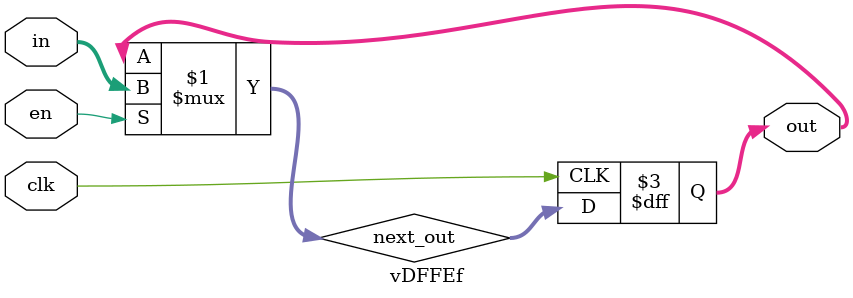
<source format=v>
/*Instantiate each of the three units (Register file  , ALU  and Shifter )  Next, add in the remaining logic blocks

Register A, B, and C will each require an instantiated flip-flop module and an assign
statement for the enable input in order to conform to the style guidelines. 

MULTIPLEXERS: 
vsel, asel, bsel
FLIP FLOPS: 
A, B,C  SELECT

*/

module datapath ( clk, readnum, vsel, loada, loadb, shift, asel, bsel, ALUop, loadc, loads, writenum, write, datapath_in, Z_out, datapath_out); // recall from Lab 4 that KEY0 is 1 when NOT pushed)	
	input  vsel ;
	input  loada;
	input  loadb;
	input  asel ;
	input  bsel ;
	input  loadc;
	input  loads;
  
	input  clk;
	input  write;
	input  [15:0] datapath_in;
	input  [2:0] readnum;
	input  [2:0] writenum;
	wire  [15:0] data_out;
	wire  [15:0] data_in;

	wire  [15:0] Ain;
	wire  [15:0] Bin; 
	input  [1:0] ALUop; 
	wire  [15:0] out; 
	output  Z_out;
	wire  Z;

	wire  [15:0] in;
	input  [1:0] shift;
	wire [15:0] sout;
  
	output  [15:0] datapath_out;
  
  //for between A and asel
	wire  [15:0] amidout;


///instantiating the modules to test

  Muxb2 vselM(datapath_in, datapath_out, vsel, data_in);
  regfile REGFILE(.data_in(data_in), .writenum(writenum), .write(write), .readnum(readnum), .clk(clk), .data_out(data_out));
  
  vDFFEf vA(clk, loada, data_out, amidout);
  Muxb2 aselM(16'b0, amidout, asel, Ain);
  
  vDFFEf vB(clk, loadb, data_out, in);
  shifter U1(.in(in), .shift(shift), .sout(sout));
  Muxb2 bselM({11'b0, datapath_in[4:0]}, sout, bsel, Bin);
  
  ALU U2(.Ain(Ain), .Bin(Bin), .ALUop(ALUop), .out(out), .Z(Z));
  vDFFEf vC(clk, loadc, out, datapath_out);
  vDFFEf #(1) vZ(clk, loads, Z, Z_out);

endmodule

 // MULTIPLEXER // 
//send multiplexer singals to onehot code
module Muxb2(a1, a0, mux_in, mux_out) ;
  
  parameter k = 16 ;
  input [k-1:0] a0, a1;  // inputs
  input  mux_in ;          // binary select
  output[k-1:0] mux_out ;
  reg [k-1:0] mux_out;
  
  always @(*) begin
    case(mux_in) 
  	1'b0: mux_out = a0 ;
      	1'b1: mux_out = a1 ;
    	default: mux_out = {k{1'bx}} ;
	endcase
  end

endmodule
  
// Instantiated flip-flop module //
module vDFFEf(clk, en, in, out) ;
  parameter n = 16;  // width
  input clk, en ;
  input  [n-1:0] in ;
  output [n-1:0] out ;
  reg    [n-1:0] out ;
  wire   [n-1:0] next_out ;

  assign next_out = en ? in : out;

  always @(posedge clk) begin
    out = next_out;  
	end

endmodule
    
</source>
